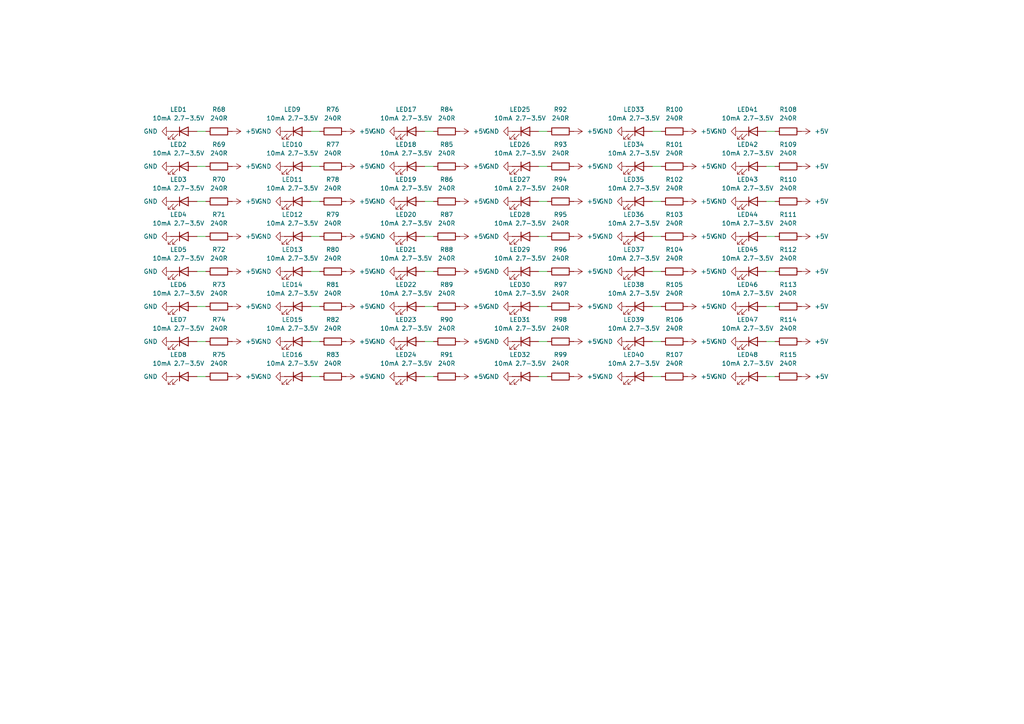
<source format=kicad_sch>
(kicad_sch (version 20231120) (generator "eeschema") (generator_version "8.0")
  (paper "A4")
  (wire (pts (xy 224.79 78.74) (xy 222.25 78.74)))
  (wire (pts (xy 125.73 58.42) (xy 123.19 58.42)))
  (wire (pts (xy 224.79 99.06) (xy 222.25 99.06)))
  (wire (pts (xy 92.71 58.42) (xy 90.17 58.42)))
  (wire (pts (xy 125.73 99.06) (xy 123.19 99.06)))
  (wire (pts (xy 59.69 88.9) (xy 57.15 88.9)))
  (wire (pts (xy 158.75 38.1) (xy 156.21 38.1)))
  (wire (pts (xy 158.75 48.26) (xy 156.21 48.26)))
  (wire (pts (xy 59.69 68.58) (xy 57.15 68.58)))
  (wire (pts (xy 224.79 109.22) (xy 222.25 109.22)))
  (wire (pts (xy 158.75 58.42) (xy 156.21 58.42)))
  (wire (pts (xy 158.75 68.58) (xy 156.21 68.58)))
  (wire (pts (xy 92.71 88.9) (xy 90.17 88.9)))
  (wire (pts (xy 59.69 58.42) (xy 57.15 58.42)))
  (wire (pts (xy 224.79 88.9) (xy 222.25 88.9)))
  (wire (pts (xy 92.71 68.58) (xy 90.17 68.58)))
  (wire (pts (xy 125.73 68.58) (xy 123.19 68.58)))
  (wire (pts (xy 158.75 88.9) (xy 156.21 88.9)))
  (wire (pts (xy 158.75 78.74) (xy 156.21 78.74)))
  (wire (pts (xy 92.71 48.26) (xy 90.17 48.26)))
  (wire (pts (xy 191.77 68.58) (xy 189.23 68.58)))
  (wire (pts (xy 125.73 88.9) (xy 123.19 88.9)))
  (wire (pts (xy 125.73 78.74) (xy 123.19 78.74)))
  (wire (pts (xy 191.77 58.42) (xy 189.23 58.42)))
  (wire (pts (xy 191.77 48.26) (xy 189.23 48.26)))
  (wire (pts (xy 59.69 38.1) (xy 57.15 38.1)))
  (wire (pts (xy 224.79 68.58) (xy 222.25 68.58)))
  (wire (pts (xy 191.77 88.9) (xy 189.23 88.9)))
  (wire (pts (xy 59.69 99.06) (xy 57.15 99.06)))
  (wire (pts (xy 92.71 99.06) (xy 90.17 99.06)))
  (wire (pts (xy 92.71 78.74) (xy 90.17 78.74)))
  (wire (pts (xy 59.69 109.22) (xy 57.15 109.22)))
  (wire (pts (xy 191.77 38.1) (xy 189.23 38.1)))
  (wire (pts (xy 158.75 99.06) (xy 156.21 99.06)))
  (wire (pts (xy 92.71 109.22) (xy 90.17 109.22)))
  (wire (pts (xy 125.73 48.26) (xy 123.19 48.26)))
  (wire (pts (xy 191.77 99.06) (xy 189.23 99.06)))
  (wire (pts (xy 59.69 78.74) (xy 57.15 78.74)))
  (wire (pts (xy 224.79 38.1) (xy 222.25 38.1)))
  (wire (pts (xy 191.77 109.22) (xy 189.23 109.22)))
  (wire (pts (xy 224.79 48.26) (xy 222.25 48.26)))
  (wire (pts (xy 158.75 109.22) (xy 156.21 109.22)))
  (wire (pts (xy 59.69 48.26) (xy 57.15 48.26)))
  (wire (pts (xy 224.79 58.42) (xy 222.25 58.42)))
  (wire (pts (xy 191.77 78.74) (xy 189.23 78.74)))
  (wire (pts (xy 92.71 38.1) (xy 90.17 38.1)))
  (wire (pts (xy 125.73 109.22) (xy 123.19 109.22)))
  (wire (pts (xy 125.73 38.1) (xy 123.19 38.1)))
  (symbol (lib_id "power:+5V") (at 199.39 48.26 270) (unit 1)
    (property "Reference" "#PWR0244" (effects (hide yes)))
    (property "Value" "+5V" (at 203.2 48.2599 90) (effects (justify left)))
    (property "Description" "Power symbol creates a global label with name \"+5V\"" (effects (hide yes)))
  )
  (symbol (lib_id "Device:R") (at 96.52 99.06 90) (mirror x) (unit 1)
    (property "Reference" "R82" (at 96.52 92.71 90))
    (property "Value" "240R" (at 96.52 95.25 90))
    (property "Footprint" "PCM_Resistor_SMD_AKL:R_0805_2012Metric_Pad1.15x1.40mm_HandSolder" (effects (hide yes)))
    (property "Description" "Resistor" (effects (hide yes)))
  )
  (symbol (lib_id "power:+5V") (at 199.39 88.9 270) (unit 1)
    (property "Reference" "#PWR0248" (effects (hide yes)))
    (property "Value" "+5V" (at 203.2 88.8999 90) (effects (justify left)))
    (property "Description" "Power symbol creates a global label with name \"+5V\"" (effects (hide yes)))
  )
  (symbol (lib_id "power:GND") (at 214.63 78.74 270) (unit 1)
    (property "Reference" "#PWR0255" (effects (hide yes)))
    (property "Value" "GND" (at 210.82 78.7399 90) (effects (justify right)))
    (property "Description" "Power symbol creates a global label with name \"GND\" , ground" (effects (hide yes)))
  )
  (symbol (lib_id "power:+5V") (at 67.31 78.74 270) (unit 1)
    (property "Reference" "#PWR0183" (effects (hide yes)))
    (property "Value" "+5V" (at 71.12 78.7399 90) (effects (justify left)))
    (property "Description" "Power symbol creates a global label with name \"+5V\"" (effects (hide yes)))
  )
  (symbol (lib_id "Device:R") (at 129.54 99.06 90) (mirror x) (unit 1)
    (property "Reference" "R90" (at 129.54 92.71 90))
    (property "Value" "240R" (at 129.54 95.25 90))
    (property "Footprint" "PCM_Resistor_SMD_AKL:R_0805_2012Metric_Pad1.15x1.40mm_HandSolder" (effects (hide yes)))
    (property "Description" "Resistor" (effects (hide yes)))
  )
  (symbol (lib_id "power:+5V") (at 232.41 38.1 270) (unit 1)
    (property "Reference" "#PWR0259" (effects (hide yes)))
    (property "Value" "+5V" (at 236.22 38.0999 90) (effects (justify left)))
    (property "Description" "Power symbol creates a global label with name \"+5V\"" (effects (hide yes)))
  )
  (symbol (lib_id "power:+5V") (at 166.37 78.74 270) (unit 1)
    (property "Reference" "#PWR0231" (effects (hide yes)))
    (property "Value" "+5V" (at 170.18 78.7399 90) (effects (justify left)))
    (property "Description" "Power symbol creates a global label with name \"+5V\"" (effects (hide yes)))
  )
  (symbol (lib_id "Device:LED") (at 218.44 78.74 0) (unit 1)
    (property "Reference" "LED45" (at 216.8525 72.39 0))
    (property "Value" "10mA 2.7-3.5V" (at 216.8525 74.93 0))
    (property "Footprint" "Diode_SMD:D_0603_1608Metric_Pad1.05x0.95mm_HandSolder" (effects (hide yes)))
    (property "Description" "Light emitting diode" (effects (hide yes)))
  )
  (symbol (lib_id "power:+5V") (at 232.41 99.06 270) (unit 1)
    (property "Reference" "#PWR0265" (effects (hide yes)))
    (property "Value" "+5V" (at 236.22 99.0599 90) (effects (justify left)))
    (property "Description" "Power symbol creates a global label with name \"+5V\"" (effects (hide yes)))
  )
  (symbol (lib_id "Device:LED") (at 53.34 88.9 0) (unit 1)
    (property "Reference" "LED6" (at 51.7525 82.55 0))
    (property "Value" "10mA 2.7-3.5V" (at 51.7525 85.09 0))
    (property "Footprint" "Diode_SMD:D_0603_1608Metric_Pad1.05x0.95mm_HandSolder" (effects (hide yes)))
    (property "Description" "Light emitting diode" (effects (hide yes)))
  )
  (symbol (lib_id "power:GND") (at 49.53 99.06 270) (unit 1)
    (property "Reference" "#PWR0177" (effects (hide yes)))
    (property "Value" "GND" (at 45.72 99.0599 90) (effects (justify right)))
    (property "Description" "Power symbol creates a global label with name \"GND\" , ground" (effects (hide yes)))
  )
  (symbol (lib_id "power:GND") (at 49.53 58.42 270) (unit 1)
    (property "Reference" "#PWR0173" (effects (hide yes)))
    (property "Value" "GND" (at 45.72 58.4199 90) (effects (justify right)))
    (property "Description" "Power symbol creates a global label with name \"GND\" , ground" (effects (hide yes)))
  )
  (symbol (lib_id "power:+5V") (at 133.35 38.1 270) (unit 1)
    (property "Reference" "#PWR0211" (effects (hide yes)))
    (property "Value" "+5V" (at 137.16 38.0999 90) (effects (justify left)))
    (property "Description" "Power symbol creates a global label with name \"+5V\"" (effects (hide yes)))
  )
  (symbol (lib_id "Device:LED") (at 218.44 88.9 0) (unit 1)
    (property "Reference" "LED46" (at 216.8525 82.55 0))
    (property "Value" "10mA 2.7-3.5V" (at 216.8525 85.09 0))
    (property "Footprint" "Diode_SMD:D_0603_1608Metric_Pad1.05x0.95mm_HandSolder" (effects (hide yes)))
    (property "Description" "Light emitting diode" (effects (hide yes)))
  )
  (symbol (lib_id "Device:LED") (at 119.38 88.9 0) (unit 1)
    (property "Reference" "LED22" (at 117.7925 82.55 0))
    (property "Value" "10mA 2.7-3.5V" (at 117.7925 85.09 0))
    (property "Footprint" "Diode_SMD:D_0603_1608Metric_Pad1.05x0.95mm_HandSolder" (effects (hide yes)))
    (property "Description" "Light emitting diode" (effects (hide yes)))
  )
  (symbol (lib_id "Device:R") (at 162.56 88.9 90) (mirror x) (unit 1)
    (property "Reference" "R97" (at 162.56 82.55 90))
    (property "Value" "240R" (at 162.56 85.09 90))
    (property "Footprint" "PCM_Resistor_SMD_AKL:R_0805_2012Metric_Pad1.15x1.40mm_HandSolder" (effects (hide yes)))
    (property "Description" "Resistor" (effects (hide yes)))
  )
  (symbol (lib_id "power:GND") (at 181.61 109.22 270) (unit 1)
    (property "Reference" "#PWR0242" (effects (hide yes)))
    (property "Value" "GND" (at 177.8 109.2199 90) (effects (justify right)))
    (property "Description" "Power symbol creates a global label with name \"GND\" , ground" (effects (hide yes)))
  )
  (symbol (lib_id "Device:R") (at 63.5 88.9 90) (mirror x) (unit 1)
    (property "Reference" "R73" (at 63.5 82.55 90))
    (property "Value" "240R" (at 63.5 85.09 90))
    (property "Footprint" "PCM_Resistor_SMD_AKL:R_0805_2012Metric_Pad1.15x1.40mm_HandSolder" (effects (hide yes)))
    (property "Description" "Resistor" (effects (hide yes)))
  )
  (symbol (lib_id "Device:R") (at 63.5 78.74 90) (mirror x) (unit 1)
    (property "Reference" "R72" (at 63.5 72.39 90))
    (property "Value" "240R" (at 63.5 74.93 90))
    (property "Footprint" "PCM_Resistor_SMD_AKL:R_0805_2012Metric_Pad1.15x1.40mm_HandSolder" (effects (hide yes)))
    (property "Description" "Resistor" (effects (hide yes)))
  )
  (symbol (lib_id "power:GND") (at 115.57 88.9 270) (unit 1)
    (property "Reference" "#PWR0208" (effects (hide yes)))
    (property "Value" "GND" (at 111.76 88.8999 90) (effects (justify right)))
    (property "Description" "Power symbol creates a global label with name \"GND\" , ground" (effects (hide yes)))
  )
  (symbol (lib_id "Device:LED") (at 152.4 88.9 0) (unit 1)
    (property "Reference" "LED30" (at 150.8125 82.55 0))
    (property "Value" "10mA 2.7-3.5V" (at 150.8125 85.09 0))
    (property "Footprint" "Diode_SMD:D_0603_1608Metric_Pad1.05x0.95mm_HandSolder" (effects (hide yes)))
    (property "Description" "Light emitting diode" (effects (hide yes)))
  )
  (symbol (lib_id "Device:R") (at 228.6 38.1 90) (mirror x) (unit 1)
    (property "Reference" "R108" (at 228.6 31.75 90))
    (property "Value" "240R" (at 228.6 34.29 90))
    (property "Footprint" "PCM_Resistor_SMD_AKL:R_0805_2012Metric_Pad1.15x1.40mm_HandSolder" (effects (hide yes)))
    (property "Description" "Resistor" (effects (hide yes)))
  )
  (symbol (lib_id "power:GND") (at 49.53 68.58 270) (unit 1)
    (property "Reference" "#PWR0174" (effects (hide yes)))
    (property "Value" "GND" (at 45.72 68.5799 90) (effects (justify right)))
    (property "Description" "Power symbol creates a global label with name \"GND\" , ground" (effects (hide yes)))
  )
  (symbol (lib_id "power:+5V") (at 133.35 58.42 270) (unit 1)
    (property "Reference" "#PWR0213" (effects (hide yes)))
    (property "Value" "+5V" (at 137.16 58.4199 90) (effects (justify left)))
    (property "Description" "Power symbol creates a global label with name \"+5V\"" (effects (hide yes)))
  )
  (symbol (lib_id "Device:R") (at 96.52 38.1 90) (mirror x) (unit 1)
    (property "Reference" "R76" (at 96.52 31.75 90))
    (property "Value" "240R" (at 96.52 34.29 90))
    (property "Footprint" "PCM_Resistor_SMD_AKL:R_0805_2012Metric_Pad1.15x1.40mm_HandSolder" (effects (hide yes)))
    (property "Description" "Resistor" (effects (hide yes)))
  )
  (symbol (lib_id "power:GND") (at 148.59 109.22 270) (unit 1)
    (property "Reference" "#PWR0226" (effects (hide yes)))
    (property "Value" "GND" (at 144.78 109.2199 90) (effects (justify right)))
    (property "Description" "Power symbol creates a global label with name \"GND\" , ground" (effects (hide yes)))
  )
  (symbol (lib_id "power:GND") (at 115.57 78.74 270) (unit 1)
    (property "Reference" "#PWR0207" (effects (hide yes)))
    (property "Value" "GND" (at 111.76 78.7399 90) (effects (justify right)))
    (property "Description" "Power symbol creates a global label with name \"GND\" , ground" (effects (hide yes)))
  )
  (symbol (lib_id "power:+5V") (at 133.35 88.9 270) (unit 1)
    (property "Reference" "#PWR0216" (effects (hide yes)))
    (property "Value" "+5V" (at 137.16 88.8999 90) (effects (justify left)))
    (property "Description" "Power symbol creates a global label with name \"+5V\"" (effects (hide yes)))
  )
  (symbol (lib_id "power:GND") (at 148.59 78.74 270) (unit 1)
    (property "Reference" "#PWR0223" (effects (hide yes)))
    (property "Value" "GND" (at 144.78 78.7399 90) (effects (justify right)))
    (property "Description" "Power symbol creates a global label with name \"GND\" , ground" (effects (hide yes)))
  )
  (symbol (lib_id "power:+5V") (at 199.39 78.74 270) (unit 1)
    (property "Reference" "#PWR0247" (effects (hide yes)))
    (property "Value" "+5V" (at 203.2 78.7399 90) (effects (justify left)))
    (property "Description" "Power symbol creates a global label with name \"+5V\"" (effects (hide yes)))
  )
  (symbol (lib_id "Device:LED") (at 86.36 58.42 0) (unit 1)
    (property "Reference" "LED11" (at 84.7725 52.07 0))
    (property "Value" "10mA 2.7-3.5V" (at 84.7725 54.61 0))
    (property "Footprint" "Diode_SMD:D_0603_1608Metric_Pad1.05x0.95mm_HandSolder" (effects (hide yes)))
    (property "Description" "Light emitting diode" (effects (hide yes)))
  )
  (symbol (lib_id "Device:R") (at 129.54 58.42 90) (mirror x) (unit 1)
    (property "Reference" "R86" (at 129.54 52.07 90))
    (property "Value" "240R" (at 129.54 54.61 90))
    (property "Footprint" "PCM_Resistor_SMD_AKL:R_0805_2012Metric_Pad1.15x1.40mm_HandSolder" (effects (hide yes)))
    (property "Description" "Resistor" (effects (hide yes)))
  )
  (symbol (lib_id "Device:LED") (at 119.38 99.06 0) (unit 1)
    (property "Reference" "LED23" (at 117.7925 92.71 0))
    (property "Value" "10mA 2.7-3.5V" (at 117.7925 95.25 0))
    (property "Footprint" "Diode_SMD:D_0603_1608Metric_Pad1.05x0.95mm_HandSolder" (effects (hide yes)))
    (property "Description" "Light emitting diode" (effects (hide yes)))
  )
  (symbol (lib_id "Device:LED") (at 185.42 99.06 0) (unit 1)
    (property "Reference" "LED39" (at 183.8325 92.71 0))
    (property "Value" "10mA 2.7-3.5V" (at 183.8325 95.25 0))
    (property "Footprint" "Diode_SMD:D_0603_1608Metric_Pad1.05x0.95mm_HandSolder" (effects (hide yes)))
    (property "Description" "Light emitting diode" (effects (hide yes)))
  )
  (symbol (lib_id "power:+5V") (at 67.31 38.1 270) (unit 1)
    (property "Reference" "#PWR0179" (effects (hide yes)))
    (property "Value" "+5V" (at 71.12 38.0999 90) (effects (justify left)))
    (property "Description" "Power symbol creates a global label with name \"+5V\"" (effects (hide yes)))
  )
  (symbol (lib_id "Device:R") (at 228.6 78.74 90) (mirror x) (unit 1)
    (property "Reference" "R112" (at 228.6 72.39 90))
    (property "Value" "240R" (at 228.6 74.93 90))
    (property "Footprint" "PCM_Resistor_SMD_AKL:R_0805_2012Metric_Pad1.15x1.40mm_HandSolder" (effects (hide yes)))
    (property "Description" "Resistor" (effects (hide yes)))
  )
  (symbol (lib_id "power:+5V") (at 232.41 68.58 270) (unit 1)
    (property "Reference" "#PWR0262" (effects (hide yes)))
    (property "Value" "+5V" (at 236.22 68.5799 90) (effects (justify left)))
    (property "Description" "Power symbol creates a global label with name \"+5V\"" (effects (hide yes)))
  )
  (symbol (lib_id "power:GND") (at 214.63 109.22 270) (unit 1)
    (property "Reference" "#PWR0258" (effects (hide yes)))
    (property "Value" "GND" (at 210.82 109.2199 90) (effects (justify right)))
    (property "Description" "Power symbol creates a global label with name \"GND\" , ground" (effects (hide yes)))
  )
  (symbol (lib_id "Device:LED") (at 152.4 99.06 0) (unit 1)
    (property "Reference" "LED31" (at 150.8125 92.71 0))
    (property "Value" "10mA 2.7-3.5V" (at 150.8125 95.25 0))
    (property "Footprint" "Diode_SMD:D_0603_1608Metric_Pad1.05x0.95mm_HandSolder" (effects (hide yes)))
    (property "Description" "Light emitting diode" (effects (hide yes)))
  )
  (symbol (lib_id "power:+5V") (at 67.31 109.22 270) (unit 1)
    (property "Reference" "#PWR0186" (effects (hide yes)))
    (property "Value" "+5V" (at 71.12 109.2199 90) (effects (justify left)))
    (property "Description" "Power symbol creates a global label with name \"+5V\"" (effects (hide yes)))
  )
  (symbol (lib_id "Device:R") (at 228.6 109.22 90) (mirror x) (unit 1)
    (property "Reference" "R115" (at 228.6 102.87 90))
    (property "Value" "240R" (at 228.6 105.41 90))
    (property "Footprint" "PCM_Resistor_SMD_AKL:R_0805_2012Metric_Pad1.15x1.40mm_HandSolder" (effects (hide yes)))
    (property "Description" "Resistor" (effects (hide yes)))
  )
  (symbol (lib_id "Device:R") (at 63.5 38.1 90) (mirror x) (unit 1)
    (property "Reference" "R68" (at 63.5 31.75 90))
    (property "Value" "240R" (at 63.5 34.29 90))
    (property "Footprint" "PCM_Resistor_SMD_AKL:R_0805_2012Metric_Pad1.15x1.40mm_HandSolder" (effects (hide yes)))
    (property "Description" "Resistor" (effects (hide yes)))
  )
  (symbol (lib_id "power:GND") (at 214.63 68.58 270) (unit 1)
    (property "Reference" "#PWR0254" (effects (hide yes)))
    (property "Value" "GND" (at 210.82 68.5799 90) (effects (justify right)))
    (property "Description" "Power symbol creates a global label with name \"GND\" , ground" (effects (hide yes)))
  )
  (symbol (lib_id "power:+5V") (at 199.39 58.42 270) (unit 1)
    (property "Reference" "#PWR0245" (effects (hide yes)))
    (property "Value" "+5V" (at 203.2 58.4199 90) (effects (justify left)))
    (property "Description" "Power symbol creates a global label with name \"+5V\"" (effects (hide yes)))
  )
  (symbol (lib_id "power:+5V") (at 133.35 48.26 270) (unit 1)
    (property "Reference" "#PWR0212" (effects (hide yes)))
    (property "Value" "+5V" (at 137.16 48.2599 90) (effects (justify left)))
    (property "Description" "Power symbol creates a global label with name \"+5V\"" (effects (hide yes)))
  )
  (symbol (lib_id "Device:LED") (at 152.4 109.22 0) (unit 1)
    (property "Reference" "LED32" (at 150.8125 102.87 0))
    (property "Value" "10mA 2.7-3.5V" (at 150.8125 105.41 0))
    (property "Footprint" "Diode_SMD:D_0603_1608Metric_Pad1.05x0.95mm_HandSolder" (effects (hide yes)))
    (property "Description" "Light emitting diode" (effects (hide yes)))
  )
  (symbol (lib_id "power:+5V") (at 100.33 109.22 270) (unit 1)
    (property "Reference" "#PWR0202" (effects (hide yes)))
    (property "Value" "+5V" (at 104.14 109.2199 90) (effects (justify left)))
    (property "Description" "Power symbol creates a global label with name \"+5V\"" (effects (hide yes)))
  )
  (symbol (lib_id "Device:R") (at 195.58 48.26 90) (mirror x) (unit 1)
    (property "Reference" "R101" (at 195.58 41.91 90))
    (property "Value" "240R" (at 195.58 44.45 90))
    (property "Footprint" "PCM_Resistor_SMD_AKL:R_0805_2012Metric_Pad1.15x1.40mm_HandSolder" (effects (hide yes)))
    (property "Description" "Resistor" (effects (hide yes)))
  )
  (symbol (lib_id "Device:R") (at 162.56 109.22 90) (mirror x) (unit 1)
    (property "Reference" "R99" (at 162.56 102.87 90))
    (property "Value" "240R" (at 162.56 105.41 90))
    (property "Footprint" "PCM_Resistor_SMD_AKL:R_0805_2012Metric_Pad1.15x1.40mm_HandSolder" (effects (hide yes)))
    (property "Description" "Resistor" (effects (hide yes)))
  )
  (symbol (lib_id "power:GND") (at 115.57 68.58 270) (unit 1)
    (property "Reference" "#PWR0206" (effects (hide yes)))
    (property "Value" "GND" (at 111.76 68.5799 90) (effects (justify right)))
    (property "Description" "Power symbol creates a global label with name \"GND\" , ground" (effects (hide yes)))
  )
  (symbol (lib_id "Device:R") (at 195.58 58.42 90) (mirror x) (unit 1)
    (property "Reference" "R102" (at 195.58 52.07 90))
    (property "Value" "240R" (at 195.58 54.61 90))
    (property "Footprint" "PCM_Resistor_SMD_AKL:R_0805_2012Metric_Pad1.15x1.40mm_HandSolder" (effects (hide yes)))
    (property "Description" "Resistor" (effects (hide yes)))
  )
  (symbol (lib_id "Device:LED") (at 152.4 58.42 0) (unit 1)
    (property "Reference" "LED27" (at 150.8125 52.07 0))
    (property "Value" "10mA 2.7-3.5V" (at 150.8125 54.61 0))
    (property "Footprint" "Diode_SMD:D_0603_1608Metric_Pad1.05x0.95mm_HandSolder" (effects (hide yes)))
    (property "Description" "Light emitting diode" (effects (hide yes)))
  )
  (symbol (lib_id "Device:LED") (at 119.38 78.74 0) (unit 1)
    (property "Reference" "LED21" (at 117.7925 72.39 0))
    (property "Value" "10mA 2.7-3.5V" (at 117.7925 74.93 0))
    (property "Footprint" "Diode_SMD:D_0603_1608Metric_Pad1.05x0.95mm_HandSolder" (effects (hide yes)))
    (property "Description" "Light emitting diode" (effects (hide yes)))
  )
  (symbol (lib_id "power:GND") (at 148.59 48.26 270) (unit 1)
    (property "Reference" "#PWR0220" (effects (hide yes)))
    (property "Value" "GND" (at 144.78 48.2599 90) (effects (justify right)))
    (property "Description" "Power symbol creates a global label with name \"GND\" , ground" (effects (hide yes)))
  )
  (symbol (lib_id "Device:LED") (at 185.42 38.1 0) (unit 1)
    (property "Reference" "LED33" (at 183.8325 31.75 0))
    (property "Value" "10mA 2.7-3.5V" (at 183.8325 34.29 0))
    (property "Footprint" "Diode_SMD:D_0603_1608Metric_Pad1.05x0.95mm_HandSolder" (effects (hide yes)))
    (property "Description" "Light emitting diode" (effects (hide yes)))
  )
  (symbol (lib_id "power:+5V") (at 232.41 109.22 270) (unit 1)
    (property "Reference" "#PWR0266" (effects (hide yes)))
    (property "Value" "+5V" (at 236.22 109.2199 90) (effects (justify left)))
    (property "Description" "Power symbol creates a global label with name \"+5V\"" (effects (hide yes)))
  )
  (symbol (lib_id "power:GND") (at 181.61 99.06 270) (unit 1)
    (property "Reference" "#PWR0241" (effects (hide yes)))
    (property "Value" "GND" (at 177.8 99.0599 90) (effects (justify right)))
    (property "Description" "Power symbol creates a global label with name \"GND\" , ground" (effects (hide yes)))
  )
  (symbol (lib_id "power:GND") (at 214.63 58.42 270) (unit 1)
    (property "Reference" "#PWR0253" (effects (hide yes)))
    (property "Value" "GND" (at 210.82 58.4199 90) (effects (justify right)))
    (property "Description" "Power symbol creates a global label with name \"GND\" , ground" (effects (hide yes)))
  )
  (symbol (lib_id "power:GND") (at 115.57 99.06 270) (unit 1)
    (property "Reference" "#PWR0209" (effects (hide yes)))
    (property "Value" "GND" (at 111.76 99.0599 90) (effects (justify right)))
    (property "Description" "Power symbol creates a global label with name \"GND\" , ground" (effects (hide yes)))
  )
  (symbol (lib_id "power:+5V") (at 166.37 99.06 270) (unit 1)
    (property "Reference" "#PWR0233" (effects (hide yes)))
    (property "Value" "+5V" (at 170.18 99.0599 90) (effects (justify left)))
    (property "Description" "Power symbol creates a global label with name \"+5V\"" (effects (hide yes)))
  )
  (symbol (lib_id "power:+5V") (at 67.31 58.42 270) (unit 1)
    (property "Reference" "#PWR0181" (effects (hide yes)))
    (property "Value" "+5V" (at 71.12 58.4199 90) (effects (justify left)))
    (property "Description" "Power symbol creates a global label with name \"+5V\"" (effects (hide yes)))
  )
  (symbol (lib_id "Device:LED") (at 218.44 99.06 0) (unit 1)
    (property "Reference" "LED47" (at 216.8525 92.71 0))
    (property "Value" "10mA 2.7-3.5V" (at 216.8525 95.25 0))
    (property "Footprint" "Diode_SMD:D_0603_1608Metric_Pad1.05x0.95mm_HandSolder" (effects (hide yes)))
    (property "Description" "Light emitting diode" (effects (hide yes)))
  )
  (symbol (lib_id "Device:LED") (at 53.34 99.06 0) (unit 1)
    (property "Reference" "LED7" (at 51.7525 92.71 0))
    (property "Value" "10mA 2.7-3.5V" (at 51.7525 95.25 0))
    (property "Footprint" "Diode_SMD:D_0603_1608Metric_Pad1.05x0.95mm_HandSolder" (effects (hide yes)))
    (property "Description" "Light emitting diode" (effects (hide yes)))
  )
  (symbol (lib_id "power:GND") (at 82.55 38.1 270) (unit 1)
    (property "Reference" "#PWR0187" (effects (hide yes)))
    (property "Value" "GND" (at 78.74 38.0999 90) (effects (justify right)))
    (property "Description" "Power symbol creates a global label with name \"GND\" , ground" (effects (hide yes)))
  )
  (symbol (lib_id "Device:LED") (at 86.36 48.26 0) (unit 1)
    (property "Reference" "LED10" (at 84.7725 41.91 0))
    (property "Value" "10mA 2.7-3.5V" (at 84.7725 44.45 0))
    (property "Footprint" "Diode_SMD:D_0603_1608Metric_Pad1.05x0.95mm_HandSolder" (effects (hide yes)))
    (property "Description" "Light emitting diode" (effects (hide yes)))
  )
  (symbol (lib_id "power:+5V") (at 100.33 58.42 270) (unit 1)
    (property "Reference" "#PWR0197" (effects (hide yes)))
    (property "Value" "+5V" (at 104.14 58.4199 90) (effects (justify left)))
    (property "Description" "Power symbol creates a global label with name \"+5V\"" (effects (hide yes)))
  )
  (symbol (lib_id "Device:R") (at 162.56 99.06 90) (mirror x) (unit 1)
    (property "Reference" "R98" (at 162.56 92.71 90))
    (property "Value" "240R" (at 162.56 95.25 90))
    (property "Footprint" "PCM_Resistor_SMD_AKL:R_0805_2012Metric_Pad1.15x1.40mm_HandSolder" (effects (hide yes)))
    (property "Description" "Resistor" (effects (hide yes)))
  )
  (symbol (lib_id "Device:R") (at 195.58 38.1 90) (mirror x) (unit 1)
    (property "Reference" "R100" (at 195.58 31.75 90))
    (property "Value" "240R" (at 195.58 34.29 90))
    (property "Footprint" "PCM_Resistor_SMD_AKL:R_0805_2012Metric_Pad1.15x1.40mm_HandSolder" (effects (hide yes)))
    (property "Description" "Resistor" (effects (hide yes)))
  )
  (symbol (lib_id "power:GND") (at 49.53 109.22 270) (unit 1)
    (property "Reference" "#PWR0178" (effects (hide yes)))
    (property "Value" "GND" (at 45.72 109.2199 90) (effects (justify right)))
    (property "Description" "Power symbol creates a global label with name \"GND\" , ground" (effects (hide yes)))
  )
  (symbol (lib_id "Device:LED") (at 119.38 38.1 0) (unit 1)
    (property "Reference" "LED17" (at 117.7925 31.75 0))
    (property "Value" "10mA 2.7-3.5V" (at 117.7925 34.29 0))
    (property "Footprint" "Diode_SMD:D_0603_1608Metric_Pad1.05x0.95mm_HandSolder" (effects (hide yes)))
    (property "Description" "Light emitting diode" (effects (hide yes)))
  )
  (symbol (lib_id "Device:R") (at 96.52 48.26 90) (mirror x) (unit 1)
    (property "Reference" "R77" (at 96.52 41.91 90))
    (property "Value" "240R" (at 96.52 44.45 90))
    (property "Footprint" "PCM_Resistor_SMD_AKL:R_0805_2012Metric_Pad1.15x1.40mm_HandSolder" (effects (hide yes)))
    (property "Description" "Resistor" (effects (hide yes)))
  )
  (symbol (lib_id "Device:R") (at 63.5 58.42 90) (mirror x) (unit 1)
    (property "Reference" "R70" (at 63.5 52.07 90))
    (property "Value" "240R" (at 63.5 54.61 90))
    (property "Footprint" "PCM_Resistor_SMD_AKL:R_0805_2012Metric_Pad1.15x1.40mm_HandSolder" (effects (hide yes)))
    (property "Description" "Resistor" (effects (hide yes)))
  )
  (symbol (lib_id "Device:R") (at 228.6 58.42 90) (mirror x) (unit 1)
    (property "Reference" "R110" (at 228.6 52.07 90))
    (property "Value" "240R" (at 228.6 54.61 90))
    (property "Footprint" "PCM_Resistor_SMD_AKL:R_0805_2012Metric_Pad1.15x1.40mm_HandSolder" (effects (hide yes)))
    (property "Description" "Resistor" (effects (hide yes)))
  )
  (symbol (lib_id "power:GND") (at 115.57 38.1 270) (unit 1)
    (property "Reference" "#PWR0203" (effects (hide yes)))
    (property "Value" "GND" (at 111.76 38.0999 90) (effects (justify right)))
    (property "Description" "Power symbol creates a global label with name \"GND\" , ground" (effects (hide yes)))
  )
  (symbol (lib_id "Device:R") (at 129.54 48.26 90) (mirror x) (unit 1)
    (property "Reference" "R85" (at 129.54 41.91 90))
    (property "Value" "240R" (at 129.54 44.45 90))
    (property "Footprint" "PCM_Resistor_SMD_AKL:R_0805_2012Metric_Pad1.15x1.40mm_HandSolder" (effects (hide yes)))
    (property "Description" "Resistor" (effects (hide yes)))
  )
  (symbol (lib_id "power:+5V") (at 166.37 88.9 270) (unit 1)
    (property "Reference" "#PWR0232" (effects (hide yes)))
    (property "Value" "+5V" (at 170.18 88.8999 90) (effects (justify left)))
    (property "Description" "Power symbol creates a global label with name \"+5V\"" (effects (hide yes)))
  )
  (symbol (lib_id "Device:R") (at 129.54 78.74 90) (mirror x) (unit 1)
    (property "Reference" "R88" (at 129.54 72.39 90))
    (property "Value" "240R" (at 129.54 74.93 90))
    (property "Footprint" "PCM_Resistor_SMD_AKL:R_0805_2012Metric_Pad1.15x1.40mm_HandSolder" (effects (hide yes)))
    (property "Description" "Resistor" (effects (hide yes)))
  )
  (symbol (lib_id "power:GND") (at 148.59 99.06 270) (unit 1)
    (property "Reference" "#PWR0225" (effects (hide yes)))
    (property "Value" "GND" (at 144.78 99.0599 90) (effects (justify right)))
    (property "Description" "Power symbol creates a global label with name \"GND\" , ground" (effects (hide yes)))
  )
  (symbol (lib_id "Device:R") (at 96.52 58.42 90) (mirror x) (unit 1)
    (property "Reference" "R78" (at 96.52 52.07 90))
    (property "Value" "240R" (at 96.52 54.61 90))
    (property "Footprint" "PCM_Resistor_SMD_AKL:R_0805_2012Metric_Pad1.15x1.40mm_HandSolder" (effects (hide yes)))
    (property "Description" "Resistor" (effects (hide yes)))
  )
  (symbol (lib_id "Device:R") (at 63.5 48.26 90) (mirror x) (unit 1)
    (property "Reference" "R69" (at 63.5 41.91 90))
    (property "Value" "240R" (at 63.5 44.45 90))
    (property "Footprint" "PCM_Resistor_SMD_AKL:R_0805_2012Metric_Pad1.15x1.40mm_HandSolder" (effects (hide yes)))
    (property "Description" "Resistor" (effects (hide yes)))
  )
  (symbol (lib_id "Device:LED") (at 86.36 78.74 0) (unit 1)
    (property "Reference" "LED13" (at 84.7725 72.39 0))
    (property "Value" "10mA 2.7-3.5V" (at 84.7725 74.93 0))
    (property "Footprint" "Diode_SMD:D_0603_1608Metric_Pad1.05x0.95mm_HandSolder" (effects (hide yes)))
    (property "Description" "Light emitting diode" (effects (hide yes)))
  )
  (symbol (lib_id "power:+5V") (at 100.33 68.58 270) (unit 1)
    (property "Reference" "#PWR0198" (effects (hide yes)))
    (property "Value" "+5V" (at 104.14 68.5799 90) (effects (justify left)))
    (property "Description" "Power symbol creates a global label with name \"+5V\"" (effects (hide yes)))
  )
  (symbol (lib_id "power:GND") (at 82.55 109.22 270) (unit 1)
    (property "Reference" "#PWR0194" (effects (hide yes)))
    (property "Value" "GND" (at 78.74 109.2199 90) (effects (justify right)))
    (property "Description" "Power symbol creates a global label with name \"GND\" , ground" (effects (hide yes)))
  )
  (symbol (lib_id "Device:R") (at 162.56 68.58 90) (mirror x) (unit 1)
    (property "Reference" "R95" (at 162.56 62.23 90))
    (property "Value" "240R" (at 162.56 64.77 90))
    (property "Footprint" "PCM_Resistor_SMD_AKL:R_0805_2012Metric_Pad1.15x1.40mm_HandSolder" (effects (hide yes)))
    (property "Description" "Resistor" (effects (hide yes)))
  )
  (symbol (lib_id "Device:R") (at 63.5 68.58 90) (mirror x) (unit 1)
    (property "Reference" "R71" (at 63.5 62.23 90))
    (property "Value" "240R" (at 63.5 64.77 90))
    (property "Footprint" "PCM_Resistor_SMD_AKL:R_0805_2012Metric_Pad1.15x1.40mm_HandSolder" (effects (hide yes)))
    (property "Description" "Resistor" (effects (hide yes)))
  )
  (symbol (lib_id "power:GND") (at 181.61 38.1 270) (unit 1)
    (property "Reference" "#PWR0235" (effects (hide yes)))
    (property "Value" "GND" (at 177.8 38.0999 90) (effects (justify right)))
    (property "Description" "Power symbol creates a global label with name \"GND\" , ground" (effects (hide yes)))
  )
  (symbol (lib_id "power:GND") (at 115.57 109.22 270) (unit 1)
    (property "Reference" "#PWR0210" (effects (hide yes)))
    (property "Value" "GND" (at 111.76 109.2199 90) (effects (justify right)))
    (property "Description" "Power symbol creates a global label with name \"GND\" , ground" (effects (hide yes)))
  )
  (symbol (lib_id "power:+5V") (at 232.41 58.42 270) (unit 1)
    (property "Reference" "#PWR0261" (effects (hide yes)))
    (property "Value" "+5V" (at 236.22 58.4199 90) (effects (justify left)))
    (property "Description" "Power symbol creates a global label with name \"+5V\"" (effects (hide yes)))
  )
  (symbol (lib_id "power:GND") (at 181.61 58.42 270) (unit 1)
    (property "Reference" "#PWR0237" (effects (hide yes)))
    (property "Value" "GND" (at 177.8 58.4199 90) (effects (justify right)))
    (property "Description" "Power symbol creates a global label with name \"GND\" , ground" (effects (hide yes)))
  )
  (symbol (lib_id "Device:R") (at 129.54 88.9 90) (mirror x) (unit 1)
    (property "Reference" "R89" (at 129.54 82.55 90))
    (property "Value" "240R" (at 129.54 85.09 90))
    (property "Footprint" "PCM_Resistor_SMD_AKL:R_0805_2012Metric_Pad1.15x1.40mm_HandSolder" (effects (hide yes)))
    (property "Description" "Resistor" (effects (hide yes)))
  )
  (symbol (lib_id "Device:R") (at 228.6 68.58 90) (mirror x) (unit 1)
    (property "Reference" "R111" (at 228.6 62.23 90))
    (property "Value" "240R" (at 228.6 64.77 90))
    (property "Footprint" "PCM_Resistor_SMD_AKL:R_0805_2012Metric_Pad1.15x1.40mm_HandSolder" (effects (hide yes)))
    (property "Description" "Resistor" (effects (hide yes)))
  )
  (symbol (lib_id "Device:R") (at 195.58 88.9 90) (mirror x) (unit 1)
    (property "Reference" "R105" (at 195.58 82.55 90))
    (property "Value" "240R" (at 195.58 85.09 90))
    (property "Footprint" "PCM_Resistor_SMD_AKL:R_0805_2012Metric_Pad1.15x1.40mm_HandSolder" (effects (hide yes)))
    (property "Description" "Resistor" (effects (hide yes)))
  )
  (symbol (lib_id "power:+5V") (at 232.41 48.26 270) (unit 1)
    (property "Reference" "#PWR0260" (effects (hide yes)))
    (property "Value" "+5V" (at 236.22 48.2599 90) (effects (justify left)))
    (property "Description" "Power symbol creates a global label with name \"+5V\"" (effects (hide yes)))
  )
  (symbol (lib_id "Device:LED") (at 119.38 68.58 0) (unit 1)
    (property "Reference" "LED20" (at 117.7925 62.23 0))
    (property "Value" "10mA 2.7-3.5V" (at 117.7925 64.77 0))
    (property "Footprint" "Diode_SMD:D_0603_1608Metric_Pad1.05x0.95mm_HandSolder" (effects (hide yes)))
    (property "Description" "Light emitting diode" (effects (hide yes)))
  )
  (symbol (lib_id "Device:R") (at 63.5 99.06 90) (mirror x) (unit 1)
    (property "Reference" "R74" (at 63.5 92.71 90))
    (property "Value" "240R" (at 63.5 95.25 90))
    (property "Footprint" "PCM_Resistor_SMD_AKL:R_0805_2012Metric_Pad1.15x1.40mm_HandSolder" (effects (hide yes)))
    (property "Description" "Resistor" (effects (hide yes)))
  )
  (symbol (lib_id "power:+5V") (at 100.33 88.9 270) (unit 1)
    (property "Reference" "#PWR0200" (effects (hide yes)))
    (property "Value" "+5V" (at 104.14 88.8999 90) (effects (justify left)))
    (property "Description" "Power symbol creates a global label with name \"+5V\"" (effects (hide yes)))
  )
  (symbol (lib_id "power:GND") (at 148.59 58.42 270) (unit 1)
    (property "Reference" "#PWR0221" (effects (hide yes)))
    (property "Value" "GND" (at 144.78 58.4199 90) (effects (justify right)))
    (property "Description" "Power symbol creates a global label with name \"GND\" , ground" (effects (hide yes)))
  )
  (symbol (lib_id "power:+5V") (at 199.39 68.58 270) (unit 1)
    (property "Reference" "#PWR0246" (effects (hide yes)))
    (property "Value" "+5V" (at 203.2 68.5799 90) (effects (justify left)))
    (property "Description" "Power symbol creates a global label with name \"+5V\"" (effects (hide yes)))
  )
  (symbol (lib_id "Device:LED") (at 53.34 68.58 0) (unit 1)
    (property "Reference" "LED4" (at 51.7525 62.23 0))
    (property "Value" "10mA 2.7-3.5V" (at 51.7525 64.77 0))
    (property "Footprint" "Diode_SMD:D_0603_1608Metric_Pad1.05x0.95mm_HandSolder" (effects (hide yes)))
    (property "Description" "Light emitting diode" (effects (hide yes)))
  )
  (symbol (lib_id "Device:LED") (at 152.4 68.58 0) (unit 1)
    (property "Reference" "LED28" (at 150.8125 62.23 0))
    (property "Value" "10mA 2.7-3.5V" (at 150.8125 64.77 0))
    (property "Footprint" "Diode_SMD:D_0603_1608Metric_Pad1.05x0.95mm_HandSolder" (effects (hide yes)))
    (property "Description" "Light emitting diode" (effects (hide yes)))
  )
  (symbol (lib_id "Device:R") (at 129.54 109.22 90) (mirror x) (unit 1)
    (property "Reference" "R91" (at 129.54 102.87 90))
    (property "Value" "240R" (at 129.54 105.41 90))
    (property "Footprint" "PCM_Resistor_SMD_AKL:R_0805_2012Metric_Pad1.15x1.40mm_HandSolder" (effects (hide yes)))
    (property "Description" "Resistor" (effects (hide yes)))
  )
  (symbol (lib_id "Device:R") (at 96.52 78.74 90) (mirror x) (unit 1)
    (property "Reference" "R80" (at 96.52 72.39 90))
    (property "Value" "240R" (at 96.52 74.93 90))
    (property "Footprint" "PCM_Resistor_SMD_AKL:R_0805_2012Metric_Pad1.15x1.40mm_HandSolder" (effects (hide yes)))
    (property "Description" "Resistor" (effects (hide yes)))
  )
  (symbol (lib_id "Device:LED") (at 119.38 58.42 0) (unit 1)
    (property "Reference" "LED19" (at 117.7925 52.07 0))
    (property "Value" "10mA 2.7-3.5V" (at 117.7925 54.61 0))
    (property "Footprint" "Diode_SMD:D_0603_1608Metric_Pad1.05x0.95mm_HandSolder" (effects (hide yes)))
    (property "Description" "Light emitting diode" (effects (hide yes)))
  )
  (symbol (lib_id "power:+5V") (at 100.33 48.26 270) (unit 1)
    (property "Reference" "#PWR0196" (effects (hide yes)))
    (property "Value" "+5V" (at 104.14 48.2599 90) (effects (justify left)))
    (property "Description" "Power symbol creates a global label with name \"+5V\"" (effects (hide yes)))
  )
  (symbol (lib_id "Device:LED") (at 53.34 58.42 0) (unit 1)
    (property "Reference" "LED3" (at 51.7525 52.07 0))
    (property "Value" "10mA 2.7-3.5V" (at 51.7525 54.61 0))
    (property "Footprint" "Diode_SMD:D_0603_1608Metric_Pad1.05x0.95mm_HandSolder" (effects (hide yes)))
    (property "Description" "Light emitting diode" (effects (hide yes)))
  )
  (symbol (lib_id "power:+5V") (at 133.35 68.58 270) (unit 1)
    (property "Reference" "#PWR0214" (effects (hide yes)))
    (property "Value" "+5V" (at 137.16 68.5799 90) (effects (justify left)))
    (property "Description" "Power symbol creates a global label with name \"+5V\"" (effects (hide yes)))
  )
  (symbol (lib_id "power:GND") (at 214.63 99.06 270) (unit 1)
    (property "Reference" "#PWR0257" (effects (hide yes)))
    (property "Value" "GND" (at 210.82 99.0599 90) (effects (justify right)))
    (property "Description" "Power symbol creates a global label with name \"GND\" , ground" (effects (hide yes)))
  )
  (symbol (lib_id "power:+5V") (at 100.33 99.06 270) (unit 1)
    (property "Reference" "#PWR0201" (effects (hide yes)))
    (property "Value" "+5V" (at 104.14 99.0599 90) (effects (justify left)))
    (property "Description" "Power symbol creates a global label with name \"+5V\"" (effects (hide yes)))
  )
  (symbol (lib_id "Device:LED") (at 218.44 109.22 0) (unit 1)
    (property "Reference" "LED48" (at 216.8525 102.87 0))
    (property "Value" "10mA 2.7-3.5V" (at 216.8525 105.41 0))
    (property "Footprint" "Diode_SMD:D_0603_1608Metric_Pad1.05x0.95mm_HandSolder" (effects (hide yes)))
    (property "Description" "Light emitting diode" (effects (hide yes)))
  )
  (symbol (lib_id "Device:LED") (at 53.34 78.74 0) (unit 1)
    (property "Reference" "LED5" (at 51.7525 72.39 0))
    (property "Value" "10mA 2.7-3.5V" (at 51.7525 74.93 0))
    (property "Footprint" "Diode_SMD:D_0603_1608Metric_Pad1.05x0.95mm_HandSolder" (effects (hide yes)))
    (property "Description" "Light emitting diode" (effects (hide yes)))
  )
  (symbol (lib_id "power:GND") (at 82.55 68.58 270) (unit 1)
    (property "Reference" "#PWR0190" (effects (hide yes)))
    (property "Value" "GND" (at 78.74 68.5799 90) (effects (justify right)))
    (property "Description" "Power symbol creates a global label with name \"GND\" , ground" (effects (hide yes)))
  )
  (symbol (lib_id "power:+5V") (at 199.39 109.22 270) (unit 1)
    (property "Reference" "#PWR0250" (effects (hide yes)))
    (property "Value" "+5V" (at 203.2 109.2199 90) (effects (justify left)))
    (property "Description" "Power symbol creates a global label with name \"+5V\"" (effects (hide yes)))
  )
  (symbol (lib_id "Device:R") (at 63.5 109.22 90) (mirror x) (unit 1)
    (property "Reference" "R75" (at 63.5 102.87 90))
    (property "Value" "240R" (at 63.5 105.41 90))
    (property "Footprint" "PCM_Resistor_SMD_AKL:R_0805_2012Metric_Pad1.15x1.40mm_HandSolder" (effects (hide yes)))
    (property "Description" "Resistor" (effects (hide yes)))
  )
  (symbol (lib_id "power:GND") (at 49.53 78.74 270) (unit 1)
    (property "Reference" "#PWR0175" (effects (hide yes)))
    (property "Value" "GND" (at 45.72 78.7399 90) (effects (justify right)))
    (property "Description" "Power symbol creates a global label with name \"GND\" , ground" (effects (hide yes)))
  )
  (symbol (lib_id "power:GND") (at 214.63 48.26 270) (unit 1)
    (property "Reference" "#PWR0252" (effects (hide yes)))
    (property "Value" "GND" (at 210.82 48.2599 90) (effects (justify right)))
    (property "Description" "Power symbol creates a global label with name \"GND\" , ground" (effects (hide yes)))
  )
  (symbol (lib_id "Device:R") (at 195.58 68.58 90) (mirror x) (unit 1)
    (property "Reference" "R103" (at 195.58 62.23 90))
    (property "Value" "240R" (at 195.58 64.77 90))
    (property "Footprint" "PCM_Resistor_SMD_AKL:R_0805_2012Metric_Pad1.15x1.40mm_HandSolder" (effects (hide yes)))
    (property "Description" "Resistor" (effects (hide yes)))
  )
  (symbol (lib_id "Device:LED") (at 119.38 109.22 0) (unit 1)
    (property "Reference" "LED24" (at 117.7925 102.87 0))
    (property "Value" "10mA 2.7-3.5V" (at 117.7925 105.41 0))
    (property "Footprint" "Diode_SMD:D_0603_1608Metric_Pad1.05x0.95mm_HandSolder" (effects (hide yes)))
    (property "Description" "Light emitting diode" (effects (hide yes)))
  )
  (symbol (lib_id "Device:LED") (at 218.44 38.1 0) (unit 1)
    (property "Reference" "LED41" (at 216.8525 31.75 0))
    (property "Value" "10mA 2.7-3.5V" (at 216.8525 34.29 0))
    (property "Footprint" "Diode_SMD:D_0603_1608Metric_Pad1.05x0.95mm_HandSolder" (effects (hide yes)))
    (property "Description" "Light emitting diode" (effects (hide yes)))
  )
  (symbol (lib_id "Device:LED") (at 152.4 78.74 0) (unit 1)
    (property "Reference" "LED29" (at 150.8125 72.39 0))
    (property "Value" "10mA 2.7-3.5V" (at 150.8125 74.93 0))
    (property "Footprint" "Diode_SMD:D_0603_1608Metric_Pad1.05x0.95mm_HandSolder" (effects (hide yes)))
    (property "Description" "Light emitting diode" (effects (hide yes)))
  )
  (symbol (lib_id "Device:LED") (at 86.36 99.06 0) (unit 1)
    (property "Reference" "LED15" (at 84.7725 92.71 0))
    (property "Value" "10mA 2.7-3.5V" (at 84.7725 95.25 0))
    (property "Footprint" "Diode_SMD:D_0603_1608Metric_Pad1.05x0.95mm_HandSolder" (effects (hide yes)))
    (property "Description" "Light emitting diode" (effects (hide yes)))
  )
  (symbol (lib_id "power:+5V") (at 166.37 58.42 270) (unit 1)
    (property "Reference" "#PWR0229" (effects (hide yes)))
    (property "Value" "+5V" (at 170.18 58.4199 90) (effects (justify left)))
    (property "Description" "Power symbol creates a global label with name \"+5V\"" (effects (hide yes)))
  )
  (symbol (lib_id "Device:R") (at 96.52 68.58 90) (mirror x) (unit 1)
    (property "Reference" "R79" (at 96.52 62.23 90))
    (property "Value" "240R" (at 96.52 64.77 90))
    (property "Footprint" "PCM_Resistor_SMD_AKL:R_0805_2012Metric_Pad1.15x1.40mm_HandSolder" (effects (hide yes)))
    (property "Description" "Resistor" (effects (hide yes)))
  )
  (symbol (lib_id "Device:LED") (at 53.34 48.26 0) (unit 1)
    (property "Reference" "LED2" (at 51.7525 41.91 0))
    (property "Value" "10mA 2.7-3.5V" (at 51.7525 44.45 0))
    (property "Footprint" "Diode_SMD:D_0603_1608Metric_Pad1.05x0.95mm_HandSolder" (effects (hide yes)))
    (property "Description" "Light emitting diode" (effects (hide yes)))
  )
  (symbol (lib_id "power:GND") (at 181.61 68.58 270) (unit 1)
    (property "Reference" "#PWR0238" (effects (hide yes)))
    (property "Value" "GND" (at 177.8 68.5799 90) (effects (justify right)))
    (property "Description" "Power symbol creates a global label with name \"GND\" , ground" (effects (hide yes)))
  )
  (symbol (lib_id "power:GND") (at 148.59 88.9 270) (unit 1)
    (property "Reference" "#PWR0224" (effects (hide yes)))
    (property "Value" "GND" (at 144.78 88.8999 90) (effects (justify right)))
    (property "Description" "Power symbol creates a global label with name \"GND\" , ground" (effects (hide yes)))
  )
  (symbol (lib_id "Device:LED") (at 185.42 88.9 0) (unit 1)
    (property "Reference" "LED38" (at 183.8325 82.55 0))
    (property "Value" "10mA 2.7-3.5V" (at 183.8325 85.09 0))
    (property "Footprint" "Diode_SMD:D_0603_1608Metric_Pad1.05x0.95mm_HandSolder" (effects (hide yes)))
    (property "Description" "Light emitting diode" (effects (hide yes)))
  )
  (symbol (lib_id "Device:R") (at 162.56 58.42 90) (mirror x) (unit 1)
    (property "Reference" "R94" (at 162.56 52.07 90))
    (property "Value" "240R" (at 162.56 54.61 90))
    (property "Footprint" "PCM_Resistor_SMD_AKL:R_0805_2012Metric_Pad1.15x1.40mm_HandSolder" (effects (hide yes)))
    (property "Description" "Resistor" (effects (hide yes)))
  )
  (symbol (lib_id "Device:R") (at 228.6 48.26 90) (mirror x) (unit 1)
    (property "Reference" "R109" (at 228.6 41.91 90))
    (property "Value" "240R" (at 228.6 44.45 90))
    (property "Footprint" "PCM_Resistor_SMD_AKL:R_0805_2012Metric_Pad1.15x1.40mm_HandSolder" (effects (hide yes)))
    (property "Description" "Resistor" (effects (hide yes)))
  )
  (symbol (lib_id "Device:LED") (at 152.4 48.26 0) (unit 1)
    (property "Reference" "LED26" (at 150.8125 41.91 0))
    (property "Value" "10mA 2.7-3.5V" (at 150.8125 44.45 0))
    (property "Footprint" "Diode_SMD:D_0603_1608Metric_Pad1.05x0.95mm_HandSolder" (effects (hide yes)))
    (property "Description" "Light emitting diode" (effects (hide yes)))
  )
  (symbol (lib_id "power:+5V") (at 232.41 78.74 270) (unit 1)
    (property "Reference" "#PWR0263" (effects (hide yes)))
    (property "Value" "+5V" (at 236.22 78.7399 90) (effects (justify left)))
    (property "Description" "Power symbol creates a global label with name \"+5V\"" (effects (hide yes)))
  )
  (symbol (lib_id "Device:R") (at 162.56 48.26 90) (mirror x) (unit 1)
    (property "Reference" "R93" (at 162.56 41.91 90))
    (property "Value" "240R" (at 162.56 44.45 90))
    (property "Footprint" "PCM_Resistor_SMD_AKL:R_0805_2012Metric_Pad1.15x1.40mm_HandSolder" (effects (hide yes)))
    (property "Description" "Resistor" (effects (hide yes)))
  )
  (symbol (lib_id "power:+5V") (at 100.33 38.1 270) (unit 1)
    (property "Reference" "#PWR0195" (effects (hide yes)))
    (property "Value" "+5V" (at 104.14 38.0999 90) (effects (justify left)))
    (property "Description" "Power symbol creates a global label with name \"+5V\"" (effects (hide yes)))
  )
  (symbol (lib_id "Device:LED") (at 53.34 109.22 0) (unit 1)
    (property "Reference" "LED8" (at 51.7525 102.87 0))
    (property "Value" "10mA 2.7-3.5V" (at 51.7525 105.41 0))
    (property "Footprint" "Diode_SMD:D_0603_1608Metric_Pad1.05x0.95mm_HandSolder" (effects (hide yes)))
    (property "Description" "Light emitting diode" (effects (hide yes)))
  )
  (symbol (lib_id "power:GND") (at 148.59 68.58 270) (unit 1)
    (property "Reference" "#PWR0222" (effects (hide yes)))
    (property "Value" "GND" (at 144.78 68.5799 90) (effects (justify right)))
    (property "Description" "Power symbol creates a global label with name \"GND\" , ground" (effects (hide yes)))
  )
  (symbol (lib_id "Device:R") (at 96.52 109.22 90) (mirror x) (unit 1)
    (property "Reference" "R83" (at 96.52 102.87 90))
    (property "Value" "240R" (at 96.52 105.41 90))
    (property "Footprint" "PCM_Resistor_SMD_AKL:R_0805_2012Metric_Pad1.15x1.40mm_HandSolder" (effects (hide yes)))
    (property "Description" "Resistor" (effects (hide yes)))
  )
  (symbol (lib_id "power:GND") (at 181.61 88.9 270) (unit 1)
    (property "Reference" "#PWR0240" (effects (hide yes)))
    (property "Value" "GND" (at 177.8 88.8999 90) (effects (justify right)))
    (property "Description" "Power symbol creates a global label with name \"GND\" , ground" (effects (hide yes)))
  )
  (symbol (lib_id "Device:R") (at 129.54 38.1 90) (mirror x) (unit 1)
    (property "Reference" "R84" (at 129.54 31.75 90))
    (property "Value" "240R" (at 129.54 34.29 90))
    (property "Footprint" "PCM_Resistor_SMD_AKL:R_0805_2012Metric_Pad1.15x1.40mm_HandSolder" (effects (hide yes)))
    (property "Description" "Resistor" (effects (hide yes)))
  )
  (symbol (lib_id "power:+5V") (at 67.31 88.9 270) (unit 1)
    (property "Reference" "#PWR0184" (effects (hide yes)))
    (property "Value" "+5V" (at 71.12 88.8999 90) (effects (justify left)))
    (property "Description" "Power symbol creates a global label with name \"+5V\"" (effects (hide yes)))
  )
  (symbol (lib_id "Device:LED") (at 185.42 58.42 0) (unit 1)
    (property "Reference" "LED35" (at 183.8325 52.07 0))
    (property "Value" "10mA 2.7-3.5V" (at 183.8325 54.61 0))
    (property "Footprint" "Diode_SMD:D_0603_1608Metric_Pad1.05x0.95mm_HandSolder" (effects (hide yes)))
    (property "Description" "Light emitting diode" (effects (hide yes)))
  )
  (symbol (lib_id "Device:R") (at 228.6 88.9 90) (mirror x) (unit 1)
    (property "Reference" "R113" (at 228.6 82.55 90))
    (property "Value" "240R" (at 228.6 85.09 90))
    (property "Footprint" "PCM_Resistor_SMD_AKL:R_0805_2012Metric_Pad1.15x1.40mm_HandSolder" (effects (hide yes)))
    (property "Description" "Resistor" (effects (hide yes)))
  )
  (symbol (lib_id "Device:R") (at 195.58 78.74 90) (mirror x) (unit 1)
    (property "Reference" "R104" (at 195.58 72.39 90))
    (property "Value" "240R" (at 195.58 74.93 90))
    (property "Footprint" "PCM_Resistor_SMD_AKL:R_0805_2012Metric_Pad1.15x1.40mm_HandSolder" (effects (hide yes)))
    (property "Description" "Resistor" (effects (hide yes)))
  )
  (symbol (lib_id "power:GND") (at 214.63 88.9 270) (unit 1)
    (property "Reference" "#PWR0256" (effects (hide yes)))
    (property "Value" "GND" (at 210.82 88.8999 90) (effects (justify right)))
    (property "Description" "Power symbol creates a global label with name \"GND\" , ground" (effects (hide yes)))
  )
  (symbol (lib_id "power:GND") (at 49.53 48.26 270) (unit 1)
    (property "Reference" "#PWR0172" (effects (hide yes)))
    (property "Value" "GND" (at 45.72 48.2599 90) (effects (justify right)))
    (property "Description" "Power symbol creates a global label with name \"GND\" , ground" (effects (hide yes)))
  )
  (symbol (lib_id "power:+5V") (at 166.37 109.22 270) (unit 1)
    (property "Reference" "#PWR0234" (effects (hide yes)))
    (property "Value" "+5V" (at 170.18 109.2199 90) (effects (justify left)))
    (property "Description" "Power symbol creates a global label with name \"+5V\"" (effects (hide yes)))
  )
  (symbol (lib_id "power:GND") (at 82.55 99.06 270) (unit 1)
    (property "Reference" "#PWR0193" (effects (hide yes)))
    (property "Value" "GND" (at 78.74 99.0599 90) (effects (justify right)))
    (property "Description" "Power symbol creates a global label with name \"GND\" , ground" (effects (hide yes)))
  )
  (symbol (lib_id "power:GND") (at 181.61 48.26 270) (unit 1)
    (property "Reference" "#PWR0236" (effects (hide yes)))
    (property "Value" "GND" (at 177.8 48.2599 90) (effects (justify right)))
    (property "Description" "Power symbol creates a global label with name \"GND\" , ground" (effects (hide yes)))
  )
  (symbol (lib_id "power:+5V") (at 166.37 48.26 270) (unit 1)
    (property "Reference" "#PWR0228" (effects (hide yes)))
    (property "Value" "+5V" (at 170.18 48.2599 90) (effects (justify left)))
    (property "Description" "Power symbol creates a global label with name \"+5V\"" (effects (hide yes)))
  )
  (symbol (lib_id "Device:R") (at 228.6 99.06 90) (mirror x) (unit 1)
    (property "Reference" "R114" (at 228.6 92.71 90))
    (property "Value" "240R" (at 228.6 95.25 90))
    (property "Footprint" "PCM_Resistor_SMD_AKL:R_0805_2012Metric_Pad1.15x1.40mm_HandSolder" (effects (hide yes)))
    (property "Description" "Resistor" (effects (hide yes)))
  )
  (symbol (lib_id "power:+5V") (at 166.37 68.58 270) (unit 1)
    (property "Reference" "#PWR0230" (effects (hide yes)))
    (property "Value" "+5V" (at 170.18 68.5799 90) (effects (justify left)))
    (property "Description" "Power symbol creates a global label with name \"+5V\"" (effects (hide yes)))
  )
  (symbol (lib_id "power:GND") (at 49.53 38.1 270) (unit 1)
    (property "Reference" "#PWR0171" (effects (hide yes)))
    (property "Value" "GND" (at 45.72 38.0999 90) (effects (justify right)))
    (property "Description" "Power symbol creates a global label with name \"GND\" , ground" (effects (hide yes)))
  )
  (symbol (lib_id "power:GND") (at 181.61 78.74 270) (unit 1)
    (property "Reference" "#PWR0239" (effects (hide yes)))
    (property "Value" "GND" (at 177.8 78.7399 90) (effects (justify right)))
    (property "Description" "Power symbol creates a global label with name \"GND\" , ground" (effects (hide yes)))
  )
  (symbol (lib_id "power:GND") (at 214.63 38.1 270) (unit 1)
    (property "Reference" "#PWR0251" (effects (hide yes)))
    (property "Value" "GND" (at 210.82 38.0999 90) (effects (justify right)))
    (property "Description" "Power symbol creates a global label with name \"GND\" , ground" (effects (hide yes)))
  )
  (symbol (lib_id "Device:LED") (at 86.36 109.22 0) (unit 1)
    (property "Reference" "LED16" (at 84.7725 102.87 0))
    (property "Value" "10mA 2.7-3.5V" (at 84.7725 105.41 0))
    (property "Footprint" "Diode_SMD:D_0603_1608Metric_Pad1.05x0.95mm_HandSolder" (effects (hide yes)))
    (property "Description" "Light emitting diode" (effects (hide yes)))
  )
  (symbol (lib_id "Device:LED") (at 86.36 68.58 0) (unit 1)
    (property "Reference" "LED12" (at 84.7725 62.23 0))
    (property "Value" "10mA 2.7-3.5V" (at 84.7725 64.77 0))
    (property "Footprint" "Diode_SMD:D_0603_1608Metric_Pad1.05x0.95mm_HandSolder" (effects (hide yes)))
    (property "Description" "Light emitting diode" (effects (hide yes)))
  )
  (symbol (lib_id "power:GND") (at 49.53 88.9 270) (unit 1)
    (property "Reference" "#PWR0176" (effects (hide yes)))
    (property "Value" "GND" (at 45.72 88.8999 90) (effects (justify right)))
    (property "Description" "Power symbol creates a global label with name \"GND\" , ground" (effects (hide yes)))
  )
  (symbol (lib_id "Device:R") (at 129.54 68.58 90) (mirror x) (unit 1)
    (property "Reference" "R87" (at 129.54 62.23 90))
    (property "Value" "240R" (at 129.54 64.77 90))
    (property "Footprint" "PCM_Resistor_SMD_AKL:R_0805_2012Metric_Pad1.15x1.40mm_HandSolder" (effects (hide yes)))
    (property "Description" "Resistor" (effects (hide yes)))
  )
  (symbol (lib_id "power:+5V") (at 232.41 88.9 270) (unit 1)
    (property "Reference" "#PWR0264" (effects (hide yes)))
    (property "Value" "+5V" (at 236.22 88.8999 90) (effects (justify left)))
    (property "Description" "Power symbol creates a global label with name \"+5V\"" (effects (hide yes)))
  )
  (symbol (lib_id "Device:LED") (at 218.44 58.42 0) (unit 1)
    (property "Reference" "LED43" (at 216.8525 52.07 0))
    (property "Value" "10mA 2.7-3.5V" (at 216.8525 54.61 0))
    (property "Footprint" "Diode_SMD:D_0603_1608Metric_Pad1.05x0.95mm_HandSolder" (effects (hide yes)))
    (property "Description" "Light emitting diode" (effects (hide yes)))
  )
  (symbol (lib_id "power:+5V") (at 199.39 38.1 270) (unit 1)
    (property "Reference" "#PWR0243" (effects (hide yes)))
    (property "Value" "+5V" (at 203.2 38.0999 90) (effects (justify left)))
    (property "Description" "Power symbol creates a global label with name \"+5V\"" (effects (hide yes)))
  )
  (symbol (lib_id "Device:R") (at 195.58 99.06 90) (mirror x) (unit 1)
    (property "Reference" "R106" (at 195.58 92.71 90))
    (property "Value" "240R" (at 195.58 95.25 90))
    (property "Footprint" "PCM_Resistor_SMD_AKL:R_0805_2012Metric_Pad1.15x1.40mm_HandSolder" (effects (hide yes)))
    (property "Description" "Resistor" (effects (hide yes)))
  )
  (symbol (lib_id "power:+5V") (at 133.35 109.22 270) (unit 1)
    (property "Reference" "#PWR0218" (effects (hide yes)))
    (property "Value" "+5V" (at 137.16 109.2199 90) (effects (justify left)))
    (property "Description" "Power symbol creates a global label with name \"+5V\"" (effects (hide yes)))
  )
  (symbol (lib_id "Device:LED") (at 218.44 48.26 0) (unit 1)
    (property "Reference" "LED42" (at 216.8525 41.91 0))
    (property "Value" "10mA 2.7-3.5V" (at 216.8525 44.45 0))
    (property "Footprint" "Diode_SMD:D_0603_1608Metric_Pad1.05x0.95mm_HandSolder" (effects (hide yes)))
    (property "Description" "Light emitting diode" (effects (hide yes)))
  )
  (symbol (lib_id "power:GND") (at 82.55 78.74 270) (unit 1)
    (property "Reference" "#PWR0191" (effects (hide yes)))
    (property "Value" "GND" (at 78.74 78.7399 90) (effects (justify right)))
    (property "Description" "Power symbol creates a global label with name \"GND\" , ground" (effects (hide yes)))
  )
  (symbol (lib_id "power:+5V") (at 67.31 48.26 270) (unit 1)
    (property "Reference" "#PWR0180" (effects (hide yes)))
    (property "Value" "+5V" (at 71.12 48.2599 90) (effects (justify left)))
    (property "Description" "Power symbol creates a global label with name \"+5V\"" (effects (hide yes)))
  )
  (symbol (lib_id "power:+5V") (at 100.33 78.74 270) (unit 1)
    (property "Reference" "#PWR0199" (effects (hide yes)))
    (property "Value" "+5V" (at 104.14 78.7399 90) (effects (justify left)))
    (property "Description" "Power symbol creates a global label with name \"+5V\"" (effects (hide yes)))
  )
  (symbol (lib_id "Device:LED") (at 152.4 38.1 0) (unit 1)
    (property "Reference" "LED25" (at 150.8125 31.75 0))
    (property "Value" "10mA 2.7-3.5V" (at 150.8125 34.29 0))
    (property "Footprint" "Diode_SMD:D_0603_1608Metric_Pad1.05x0.95mm_HandSolder" (effects (hide yes)))
    (property "Description" "Light emitting diode" (effects (hide yes)))
  )
  (symbol (lib_id "Device:LED") (at 86.36 88.9 0) (unit 1)
    (property "Reference" "LED14" (at 84.7725 82.55 0))
    (property "Value" "10mA 2.7-3.5V" (at 84.7725 85.09 0))
    (property "Footprint" "Diode_SMD:D_0603_1608Metric_Pad1.05x0.95mm_HandSolder" (effects (hide yes)))
    (property "Description" "Light emitting diode" (effects (hide yes)))
  )
  (symbol (lib_id "Device:R") (at 195.58 109.22 90) (mirror x) (unit 1)
    (property "Reference" "R107" (at 195.58 102.87 90))
    (property "Value" "240R" (at 195.58 105.41 90))
    (property "Footprint" "PCM_Resistor_SMD_AKL:R_0805_2012Metric_Pad1.15x1.40mm_HandSolder" (effects (hide yes)))
    (property "Description" "Resistor" (effects (hide yes)))
  )
  (symbol (lib_id "Device:LED") (at 86.36 38.1 0) (unit 1)
    (property "Reference" "LED9" (at 84.7725 31.75 0))
    (property "Value" "10mA 2.7-3.5V" (at 84.7725 34.29 0))
    (property "Footprint" "Diode_SMD:D_0603_1608Metric_Pad1.05x0.95mm_HandSolder" (effects (hide yes)))
    (property "Description" "Light emitting diode" (effects (hide yes)))
  )
  (symbol (lib_id "Device:LED") (at 185.42 78.74 0) (unit 1)
    (property "Reference" "LED37" (at 183.8325 72.39 0))
    (property "Value" "10mA 2.7-3.5V" (at 183.8325 74.93 0))
    (property "Footprint" "Diode_SMD:D_0603_1608Metric_Pad1.05x0.95mm_HandSolder" (effects (hide yes)))
    (property "Description" "Light emitting diode" (effects (hide yes)))
  )
  (symbol (lib_id "Device:LED") (at 218.44 68.58 0) (unit 1)
    (property "Reference" "LED44" (at 216.8525 62.23 0))
    (property "Value" "10mA 2.7-3.5V" (at 216.8525 64.77 0))
    (property "Footprint" "Diode_SMD:D_0603_1608Metric_Pad1.05x0.95mm_HandSolder" (effects (hide yes)))
    (property "Description" "Light emitting diode" (effects (hide yes)))
  )
  (symbol (lib_id "Device:R") (at 162.56 38.1 90) (mirror x) (unit 1)
    (property "Reference" "R92" (at 162.56 31.75 90))
    (property "Value" "240R" (at 162.56 34.29 90))
    (property "Footprint" "PCM_Resistor_SMD_AKL:R_0805_2012Metric_Pad1.15x1.40mm_HandSolder" (effects (hide yes)))
    (property "Description" "Resistor" (effects (hide yes)))
  )
  (symbol (lib_id "power:GND") (at 115.57 58.42 270) (unit 1)
    (property "Reference" "#PWR0205" (effects (hide yes)))
    (property "Value" "GND" (at 111.76 58.4199 90) (effects (justify right)))
    (property "Description" "Power symbol creates a global label with name \"GND\" , ground" (effects (hide yes)))
  )
  (symbol (lib_id "power:+5V") (at 133.35 78.74 270) (unit 1)
    (property "Reference" "#PWR0215" (effects (hide yes)))
    (property "Value" "+5V" (at 137.16 78.7399 90) (effects (justify left)))
    (property "Description" "Power symbol creates a global label with name \"+5V\"" (effects (hide yes)))
  )
  (symbol (lib_id "power:+5V") (at 67.31 99.06 270) (unit 1)
    (property "Reference" "#PWR0185" (effects (hide yes)))
    (property "Value" "+5V" (at 71.12 99.0599 90) (effects (justify left)))
    (property "Description" "Power symbol creates a global label with name \"+5V\"" (effects (hide yes)))
  )
  (symbol (lib_id "Device:LED") (at 185.42 109.22 0) (unit 1)
    (property "Reference" "LED40" (at 183.8325 102.87 0))
    (property "Value" "10mA 2.7-3.5V" (at 183.8325 105.41 0))
    (property "Footprint" "Diode_SMD:D_0603_1608Metric_Pad1.05x0.95mm_HandSolder" (effects (hide yes)))
    (property "Description" "Light emitting diode" (effects (hide yes)))
  )
  (symbol (lib_id "power:GND") (at 82.55 58.42 270) (unit 1)
    (property "Reference" "#PWR0189" (effects (hide yes)))
    (property "Value" "GND" (at 78.74 58.4199 90) (effects (justify right)))
    (property "Description" "Power symbol creates a global label with name \"GND\" , ground" (effects (hide yes)))
  )
  (symbol (lib_id "Device:R") (at 96.52 88.9 90) (mirror x) (unit 1)
    (property "Reference" "R81" (at 96.52 82.55 90))
    (property "Value" "240R" (at 96.52 85.09 90))
    (property "Footprint" "PCM_Resistor_SMD_AKL:R_0805_2012Metric_Pad1.15x1.40mm_HandSolder" (effects (hide yes)))
    (property "Description" "Resistor" (effects (hide yes)))
  )
  (symbol (lib_id "power:GND") (at 82.55 48.26 270) (unit 1)
    (property "Reference" "#PWR0188" (effects (hide yes)))
    (property "Value" "GND" (at 78.74 48.2599 90) (effects (justify right)))
    (property "Description" "Power symbol creates a global label with name \"GND\" , ground" (effects (hide yes)))
  )
  (symbol (lib_id "Device:LED") (at 185.42 48.26 0) (unit 1)
    (property "Reference" "LED34" (at 183.8325 41.91 0))
    (property "Value" "10mA 2.7-3.5V" (at 183.8325 44.45 0))
    (property "Footprint" "Diode_SMD:D_0603_1608Metric_Pad1.05x0.95mm_HandSolder" (effects (hide yes)))
    (property "Description" "Light emitting diode" (effects (hide yes)))
  )
  (symbol (lib_id "Device:LED") (at 185.42 68.58 0) (unit 1)
    (property "Reference" "LED36" (at 183.8325 62.23 0))
    (property "Value" "10mA 2.7-3.5V" (at 183.8325 64.77 0))
    (property "Footprint" "Diode_SMD:D_0603_1608Metric_Pad1.05x0.95mm_HandSolder" (effects (hide yes)))
    (property "Description" "Light emitting diode" (effects (hide yes)))
  )
  (symbol (lib_id "power:GND") (at 82.55 88.9 270) (unit 1)
    (property "Reference" "#PWR0192" (effects (hide yes)))
    (property "Value" "GND" (at 78.74 88.8999 90) (effects (justify right)))
    (property "Description" "Power symbol creates a global label with name \"GND\" , ground" (effects (hide yes)))
  )
  (symbol (lib_id "power:+5V") (at 133.35 99.06 270) (unit 1)
    (property "Reference" "#PWR0217" (effects (hide yes)))
    (property "Value" "+5V" (at 137.16 99.0599 90) (effects (justify left)))
    (property "Description" "Power symbol creates a global label with name \"+5V\"" (effects (hide yes)))
  )
  (symbol (lib_id "Device:LED") (at 53.34 38.1 0) (unit 1)
    (property "Reference" "LED1" (at 51.7525 31.75 0))
    (property "Value" "10mA 2.7-3.5V" (at 51.7525 34.29 0))
    (property "Footprint" "Diode_SMD:D_0603_1608Metric_Pad1.05x0.95mm_HandSolder" (effects (hide yes)))
    (property "Description" "Light emitting diode" (effects (hide yes)))
  )
  (symbol (lib_id "Device:LED") (at 119.38 48.26 0) (unit 1)
    (property "Reference" "LED18" (at 117.7925 41.91 0))
    (property "Value" "10mA 2.7-3.5V" (at 117.7925 44.45 0))
    (property "Footprint" "Diode_SMD:D_0603_1608Metric_Pad1.05x0.95mm_HandSolder" (effects (hide yes)))
    (property "Description" "Light emitting diode" (effects (hide yes)))
  )
  (symbol (lib_id "power:+5V") (at 199.39 99.06 270) (unit 1)
    (property "Reference" "#PWR0249" (effects (hide yes)))
    (property "Value" "+5V" (at 203.2 99.0599 90) (effects (justify left)))
    (property "Description" "Power symbol creates a global label with name \"+5V\"" (effects (hide yes)))
  )
  (symbol (lib_id "Device:R") (at 162.56 78.74 90) (mirror x) (unit 1)
    (property "Reference" "R96" (at 162.56 72.39 90))
    (property "Value" "240R" (at 162.56 74.93 90))
    (property "Footprint" "PCM_Resistor_SMD_AKL:R_0805_2012Metric_Pad1.15x1.40mm_HandSolder" (effects (hide yes)))
    (property "Description" "Resistor" (effects (hide yes)))
  )
  (symbol (lib_id "power:+5V") (at 67.31 68.58 270) (unit 1)
    (property "Reference" "#PWR0182" (effects (hide yes)))
    (property "Value" "+5V" (at 71.12 68.5799 90) (effects (justify left)))
    (property "Description" "Power symbol creates a global label with name \"+5V\"" (effects (hide yes)))
  )
  (symbol (lib_id "power:GND") (at 115.57 48.26 270) (unit 1)
    (property "Reference" "#PWR0204" (effects (hide yes)))
    (property "Value" "GND" (at 111.76 48.2599 90) (effects (justify right)))
    (property "Description" "Power symbol creates a global label with name \"GND\" , ground" (effects (hide yes)))
  )
  (symbol (lib_id "power:+5V") (at 166.37 38.1 270) (unit 1)
    (property "Reference" "#PWR0227" (effects (hide yes)))
    (property "Value" "+5V" (at 170.18 38.0999 90) (effects (justify left)))
    (property "Description" "Power symbol creates a global label with name \"+5V\"" (effects (hide yes)))
  )
  (symbol (lib_id "power:GND") (at 148.59 38.1 270) (unit 1)
    (property "Reference" "#PWR0219" (effects (hide yes)))
    (property "Value" "GND" (at 144.78 38.0999 90) (effects (justify right)))
    (property "Description" "Power symbol creates a global label with name \"GND\" , ground" (effects (hide yes)))
  )
)
</source>
